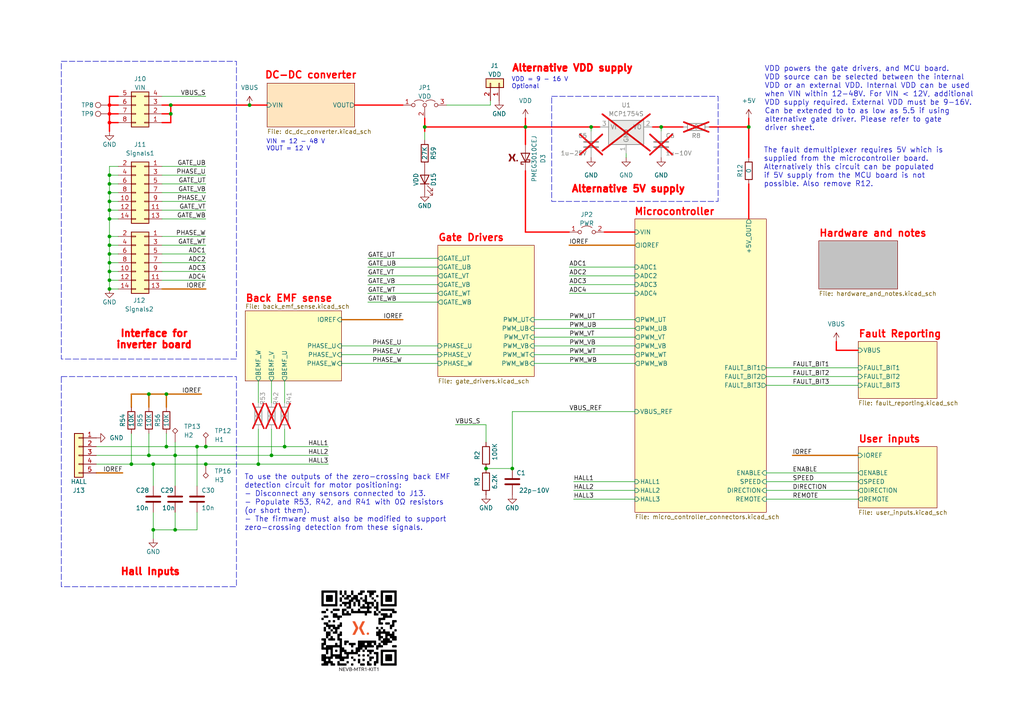
<source format=kicad_sch>
(kicad_sch (version 20250114) (generator "eeschema") (generator_version "9.0")
  (paper "A4")
  (title_block (title "Motor Controller Board NEVB-MTR1-C-1") (date "2025-04-25") (rev "01") (comment 1 "Contact: https://www.nexperia.com/support") (comment 2 "Designed for: Public Release") (comment 3 "Orderable: NEVB-MTR1-KIT1"))
  (lib_symbols
    (symbol "Connector:TestPoint" (pin_numbers (hide yes)) (pin_names (offset 0.762) (hide yes))
      (property "Reference" "TP" (at 0 6.858 0))
      (property "Value" "TestPoint" (at 0 5.08 0))
      (symbol "TestPoint_1_1"
        (pin passive line (at 0 0 90) (length 2.54) (name "1") (number "1"))
      )
    )
    (symbol "Connector:TestPoint_Alt" (pin_numbers (hide yes)) (pin_names (offset 0.762) (hide yes))
      (property "Reference" "TP" (at 0 6.858 0))
      (property "Value" "TestPoint_Alt" (at 0 5.08 0))
      (symbol "TestPoint_Alt_1_1"
        (pin passive line (at 0 0 90) (length 2.54) (name "1") (number "1"))
      )
    )
    (symbol "Connector_Generic:Conn_01x02" (pin_names (offset 1.016) (hide yes))
      (property "Reference" "J" (at 0 2.54 0))
      (property "Value" "Conn_01x02" (at 0 -5.08 0))
      (symbol "Conn_01x02_1_1"
        (pin passive line (at -5.08 0 0) (length 3.81) (name "Pin_1") (number "1"))
        (pin passive line (at -5.08 -2.54 0) (length 3.81) (name "Pin_2") (number "2"))
      )
    )
    (symbol "Connector_Generic:Conn_01x05" (pin_names (offset 1.016) (hide yes))
      (property "Reference" "J" (at 0 7.62 0))
      (property "Value" "Conn_01x05" (at 0 -7.62 0))
      (symbol "Conn_01x05_1_1"
        (pin passive line (at -5.08 5.08 0) (length 3.81) (name "Pin_1") (number "1"))
        (pin passive line (at -5.08 2.54 0) (length 3.81) (name "Pin_2") (number "2"))
        (pin passive line (at -5.08 0 0) (length 3.81) (name "Pin_3") (number "3"))
        (pin passive line (at -5.08 -2.54 0) (length 3.81) (name "Pin_4") (number "4"))
        (pin passive line (at -5.08 -5.08 0) (length 3.81) (name "Pin_5") (number "5"))
      )
    )
    (symbol "Connector_Generic:Conn_02x04_Counter_Clockwise" (pin_names (offset 1.016) (hide yes))
      (property "Reference" "J" (at 1.27 5.08 0))
      (property "Value" "Conn_02x04_Counter_Clockwise" (at 1.27 -7.62 0))
      (symbol "Conn_02x04_Counter_Clockwise_1_1"
        (pin passive line (at -5.08 2.54 0) (length 3.81) (name "Pin_1") (number "1"))
        (pin passive line (at -5.08 0 0) (length 3.81) (name "Pin_2") (number "2"))
        (pin passive line (at -5.08 -2.54 0) (length 3.81) (name "Pin_3") (number "3"))
        (pin passive line (at -5.08 -5.08 0) (length 3.81) (name "Pin_4") (number "4"))
        (pin passive line (at 7.62 2.54 180) (length 3.81) (name "Pin_8") (number "8"))
        (pin passive line (at 7.62 0 180) (length 3.81) (name "Pin_7") (number "7"))
        (pin passive line (at 7.62 -2.54 180) (length 3.81) (name "Pin_6") (number "6"))
        (pin passive line (at 7.62 -5.08 180) (length 3.81) (name "Pin_5") (number "5"))
      )
    )
    (symbol "Connector_Generic:Conn_02x07_Odd_Even" (pin_names (offset 1.016) (hide yes))
      (property "Reference" "J" (at 1.27 10.16 0))
      (property "Value" "Conn_02x07_Odd_Even" (at 1.27 -10.16 0))
      (symbol "Conn_02x07_Odd_Even_1_1"
        (pin passive line (at -5.08 7.62 0) (length 3.81) (name "Pin_1") (number "1"))
        (pin passive line (at -5.08 5.08 0) (length 3.81) (name "Pin_3") (number "3"))
        (pin passive line (at -5.08 2.54 0) (length 3.81) (name "Pin_5") (number "5"))
        (pin passive line (at -5.08 0 0) (length 3.81) (name "Pin_7") (number "7"))
        (pin passive line (at -5.08 -2.54 0) (length 3.81) (name "Pin_9") (number "9"))
        (pin passive line (at -5.08 -5.08 0) (length 3.81) (name "Pin_11") (number "11"))
        (pin passive line (at -5.08 -7.62 0) (length 3.81) (name "Pin_13") (number "13"))
        (pin passive line (at 7.62 7.62 180) (length 3.81) (name "Pin_2") (number "2"))
        (pin passive line (at 7.62 5.08 180) (length 3.81) (name "Pin_4") (number "4"))
        (pin passive line (at 7.62 2.54 180) (length 3.81) (name "Pin_6") (number "6"))
        (pin passive line (at 7.62 0 180) (length 3.81) (name "Pin_8") (number "8"))
        (pin passive line (at 7.62 -2.54 180) (length 3.81) (name "Pin_10") (number "10"))
        (pin passive line (at 7.62 -5.08 180) (length 3.81) (name "Pin_12") (number "12"))
        (pin passive line (at 7.62 -7.62 180) (length 3.81) (name "Pin_14") (number "14"))
      )
    )
    (symbol "Device:C" (pin_numbers (hide yes)) (pin_names (offset 0.254))
      (property "Reference" "C" (at 0.635 2.54 0))
      (property "Value" "C" (at 0.635 -2.54 0))
      (symbol "C_1_1"
        (pin passive line (at 0 3.81 270) (length 2.794) (name "~") (number "1"))
        (pin passive line (at 0 -3.81 90) (length 2.794) (name "~") (number "2"))
      )
    )
    (symbol "Device:D_Schottky" (pin_numbers (hide yes)) (pin_names (offset 1.016) (hide yes))
      (property "Reference" "D" (at 0 2.54 0))
      (property "Value" "D_Schottky" (at 0 -2.54 0))
      (symbol "D_Schottky_1_1"
        (pin passive line (at -3.81 0 0) (length 2.54) (name "K") (number "1"))
        (pin passive line (at 3.81 0 180) (length 2.54) (name "A") (number "2"))
      )
    )
    (symbol "Device:LED" (pin_numbers (hide yes)) (pin_names (offset 1.016) (hide yes))
      (property "Reference" "D" (at 0 2.54 0))
      (property "Value" "LED" (at 0 -2.54 0))
      (symbol "LED_1_1"
        (pin passive line (at -3.81 0 0) (length 2.54) (name "K") (number "1"))
        (pin passive line (at 3.81 0 180) (length 2.54) (name "A") (number "2"))
      )
    )
    (symbol "Device:R" (pin_numbers (hide yes)) (pin_names (offset 0))
      (property "Reference" "R" (at 2.032 0 90))
      (property "Value" "R" (at 0 0 90))
      (symbol "R_1_1"
        (pin passive line (at 0 3.81 270) (length 1.27) (name "~") (number "1"))
        (pin passive line (at 0 -3.81 90) (length 1.27) (name "~") (number "2"))
      )
    )
    (symbol "Jumper:Jumper_2_Open" (pin_names (offset 0) (hide yes))
      (property "Reference" "JP" (at 0 2.794 0))
      (property "Value" "Jumper_2_Open" (at 0 -2.286 0))
      (symbol "Jumper_2_Open_1_1"
        (pin passive line (at -5.08 0 0) (length 2.54) (name "A") (number "1"))
        (pin passive line (at 5.08 0 180) (length 2.54) (name "B") (number "2"))
      )
    )
    (symbol "Jumper:Jumper_3_Open" (pin_names (offset 0) (hide yes))
      (property "Reference" "JP" (at -2.54 -2.54 0))
      (property "Value" "Jumper_3_Open" (at 0 2.794 0))
      (symbol "Jumper_3_Open_1_1"
        (pin passive line (at -6.35 0 0) (length 2.54) (name "A") (number "1"))
        (pin passive line (at 0 -3.81 90) (length 2.54) (name "C") (number "2"))
        (pin passive line (at 6.35 0 180) (length 2.54) (name "B") (number "3"))
      )
    )
    (symbol "Regulator_Linear:MCP1754S-5002xCB"
      (property "Reference" "U" (at -3.81 3.175 0))
      (property "Value" "MCP1754S-5002xCB" (at -0.635 3.175 0))
      (symbol "MCP1754S-5002xCB_1_1"
        (pin power_in line (at -7.62 0 0) (length 2.54) (name "VI") (number "3"))
        (pin power_in line (at 0 -7.62 90) (length 2.54) (name "GND") (number "1"))
        (pin power_out line (at 7.62 0 180) (length 2.54) (name "VO") (number "2"))
      )
    )
    (symbol "power:+5V" (power) (pin_numbers (hide yes)) (pin_names (offset 0) (hide yes))
      (property "Value" "+5V" (at 0 3.556 0))
      (symbol "+5V_1_1"
        (pin power_in line (at 0 0 90) (length 0) (name "~") (number "1"))
      )
    )
    (symbol "power:GND" (power) (pin_numbers (hide yes)) (pin_names (offset 0) (hide yes))
      (property "Value" "GND" (at 0 -3.81 0))
      (symbol "GND_1_1"
        (pin power_in line (at 0 0 270) (length 0) (name "~") (number "1"))
      )
    )
    (symbol "power:VBUS" (power) (pin_numbers (hide yes)) (pin_names (offset 0) (hide yes))
      (property "Value" "VBUS" (at 0 3.556 0))
      (symbol "VBUS_1_1"
        (pin power_in line (at 0 0 90) (length 0) (name "~") (number "1"))
      )
    )
    (symbol "power:VDD" (power) (pin_numbers (hide yes)) (pin_names (offset 0) (hide yes))
      (property "Value" "VDD" (at 0 3.556 0))
      (symbol "VDD_1_1"
        (pin power_in line (at 0 0 90) (length 0) (name "~") (number "1"))
      )
    )
    (symbol "project:Nexperia_X_Stamp_Logo_5x4mm" (pin_names (offset 1.016)) (in_bom no))
  )
  (rectangle (start 17.78 109.22) (end 68.58 170.18) (stroke (width 0) (type dash)))
  (rectangle (start 17.78 17.78) (end 68.58 104.14) (stroke (width 0) (type dash)))
  (rectangle (start 160.02 27.94) (end 208.28 58.42) (stroke (width 0) (type dash)))
  (text "The fault demultiplexer requires 5V which is \nsupplied from the microcontroller board. \nAlternatively this circuit can be populated \nif 5V supply from the MCU board is not \npossible. Also remove R12." (at 221.488 54.356 0) (effects (font (size 1.524 1.524)) (justify left bottom)))
  (text "Alternative 5V supply" (at 165.608 56.134 0) (effects (font (size 2.032 2.032) (thickness 0.508) (bold yes)) (justify left bottom)))
  (text "Hall Inputs" (at 34.798 167.132 0) (effects (font (size 2.032 2.032) (thickness 0.508) (bold yes)) (justify left bottom)))
  (text "VDD powers the gate drivers, and MCU board.\nVDD source can be selected between the internal \nVDD or an external VDD. Internal VDD can be used \nwhen VIN within 12-48V. For VIN < 12V, additional \nVDD supply required. External VDD must be 9-16V. \nCan be extended to to as low as 5.5 if using \nalternative gate driver. Please refer to gate \ndriver sheet.\n" (at 221.742 38.1 0) (effects (font (size 1.524 1.524)) (justify left bottom)))
  (text "VDD = 9 - 16 V\nOptional " (at 148.336 24.13 0) (effects (font (size 1.27 1.27)) (justify left)))
  (text "VIN = 12 - 48 V\nVOUT = 12 V\n" (at 77.216 42.164 0) (effects (font (size 1.27 1.27)) (justify left)))
  (text "Alternative VDD supply" (at 148.336 21.082 0) (effects (font (size 2.032 2.032) (thickness 0.508) (bold yes)) (justify left bottom)))
  (text "Interface for\ninverter board" (at 44.704 101.346 0) (effects (font (size 2.032 2.032) (thickness 0.508) (bold yes)) (justify bottom)))
  (text "To use the outputs of the zero-crossing back EMF \ndetection circuit for motor positioning:\n- Disconnect any sensors connected to J13.\n- Populate R53, R42, and R41 with 0Ω resistors \n(or short them).\n- The firmware must also be modified to support \nzero-crossing detection from these signals." (at 70.866 145.796 0) (effects (font (size 1.524 1.524)) (justify left)))
  (junction (at 123.19 36.83))
  (junction (at 74.93 134.62))
  (junction (at 44.45 153.67))
  (junction (at 44.45 134.62))
  (junction (at 31.75 33.02) (color 255 0 0 1))
  (junction (at 31.75 60.96))
  (junction (at 31.75 76.2))
  (junction (at 140.97 135.89))
  (junction (at 72.39 30.48))
  (junction (at 50.8 132.08))
  (junction (at 43.18 132.08))
  (junction (at 57.15 129.54))
  (junction (at 31.75 50.8))
  (junction (at 38.1 134.62))
  (junction (at 152.4 36.83))
  (junction (at 49.53 30.48))
  (junction (at 31.75 68.58))
  (junction (at 217.17 36.83))
  (junction (at 31.75 35.56) (color 255 0 0 1))
  (junction (at 31.75 71.12))
  (junction (at 148.59 135.89))
  (junction (at 191.77 36.83))
  (junction (at 31.75 73.66))
  (junction (at 31.75 30.48) (color 255 0 0 1))
  (junction (at 31.75 58.42))
  (junction (at 59.69 129.54))
  (junction (at 171.45 36.83))
  (junction (at 59.69 134.62))
  (junction (at 31.75 53.34))
  (junction (at 31.75 83.82))
  (junction (at 50.8 153.67))
  (junction (at 31.75 63.5))
  (junction (at 31.75 55.88))
  (junction (at 49.53 33.02))
  (junction (at 31.75 81.28))
  (junction (at 78.74 132.08))
  (junction (at 82.55 129.54))
  (junction (at 31.75 78.74))
  (junction (at 48.26 129.54))
  (junction (at 48.26 114.3))
  (junction (at 43.18 114.3))
  (wire (pts (xy 78.74 124.46) (xy 78.74 132.08)))
  (wire (pts (xy 222.25 111.76) (xy 248.92 111.76)))
  (wire (pts (xy 154.94 97.79) (xy 184.15 97.79)))
  (wire (pts (xy 31.75 83.82) (xy 31.75 81.28)))
  (wire (pts (xy 59.69 134.62) (xy 74.93 134.62)))
  (wire (pts (xy 38.1 118.11) (xy 38.1 114.3)) (stroke (width 0.381) (color 204 102 0 1)))
  (wire (pts (xy 59.69 73.66) (xy 46.99 73.66)))
  (wire (pts (xy 48.26 114.3) (xy 58.42 114.3)) (stroke (width 0.381) (color 204 102 0 1)))
  (wire (pts (xy 31.75 53.34) (xy 34.29 53.34)))
  (wire (pts (xy 74.93 124.46) (xy 74.93 134.62)))
  (wire (pts (xy 165.1 71.12) (xy 184.15 71.12)) (stroke (width 0.381) (color 204 102 0 1)))
  (wire (pts (xy 46.99 60.96) (xy 59.69 60.96)))
  (wire (pts (xy 222.25 142.24) (xy 248.92 142.24)))
  (wire (pts (xy 48.26 125.73) (xy 48.26 129.54)))
  (wire (pts (xy 78.74 110.49) (xy 78.74 116.84)))
  (wire (pts (xy 82.55 124.46) (xy 82.55 129.54)))
  (wire (pts (xy 31.75 38.1) (xy 31.75 35.56)) (stroke (width 0.381) (color 255 0 0 1)))
  (wire (pts (xy 31.75 76.2) (xy 34.29 76.2)))
  (wire (pts (xy 123.19 40.64) (xy 123.19 38.1)))
  (wire (pts (xy 46.99 55.88) (xy 59.69 55.88)))
  (wire (pts (xy 49.53 30.48) (xy 49.53 33.02)) (stroke (width 0.381) (color 255 0 0 1)))
  (wire (pts (xy 152.4 41.91) (xy 152.4 36.83)) (stroke (width 0.381) (color 255 0 0 1)))
  (wire (pts (xy 148.59 135.89) (xy 140.97 135.89)))
  (wire (pts (xy 31.75 30.48) (xy 31.75 27.94)) (stroke (width 0.381) (color 255 0 0 1)))
  (wire (pts (xy 44.45 134.62) (xy 59.69 134.62)))
  (wire (pts (xy 38.1 114.3) (xy 43.18 114.3)) (stroke (width 0.381) (color 204 102 0 1)))
  (wire (pts (xy 165.1 77.47) (xy 184.15 77.47)))
  (wire (pts (xy 154.94 95.25) (xy 184.15 95.25)))
  (wire (pts (xy 34.29 78.74) (xy 31.75 78.74)))
  (wire (pts (xy 191.77 38.1) (xy 191.77 36.83)))
  (wire (pts (xy 106.68 85.09) (xy 127 85.09)))
  (wire (pts (xy 43.18 132.08) (xy 50.8 132.08)))
  (wire (pts (xy 74.93 134.62) (xy 95.25 134.62)))
  (wire (pts (xy 165.1 82.55) (xy 184.15 82.55)))
  (wire (pts (xy 34.29 60.96) (xy 31.75 60.96)))
  (wire (pts (xy 27.94 129.54) (xy 48.26 129.54)))
  (wire (pts (xy 165.1 80.01) (xy 184.15 80.01)))
  (wire (pts (xy 72.39 30.48) (xy 49.53 30.48)) (stroke (width 0.381) (color 255 0 0 1)))
  (wire (pts (xy 106.68 74.93) (xy 127 74.93)))
  (wire (pts (xy 242.57 99.06) (xy 242.57 101.6)) (stroke (width 0.381) (color 255 0 0 1)))
  (wire (pts (xy 50.8 140.97) (xy 50.8 132.08)))
  (wire (pts (xy 31.75 48.26) (xy 34.29 48.26)))
  (wire (pts (xy 31.75 58.42) (xy 34.29 58.42)))
  (wire (pts (xy 102.87 30.48) (xy 116.84 30.48)) (stroke (width 0.381) (color 255 0 0 1)))
  (wire (pts (xy 38.1 125.73) (xy 38.1 134.62)))
  (wire (pts (xy 154.94 100.33) (xy 184.15 100.33)))
  (wire (pts (xy 48.26 129.54) (xy 57.15 129.54)))
  (wire (pts (xy 31.75 27.94) (xy 34.29 27.94)) (stroke (width 0.381) (color 255 0 0 1)))
  (wire (pts (xy 46.99 78.74) (xy 59.69 78.74)))
  (wire (pts (xy 152.4 49.53) (xy 152.4 67.31)) (stroke (width 0.381) (color 255 0 0 1)))
  (wire (pts (xy 44.45 153.67) (xy 44.45 156.21)))
  (wire (pts (xy 171.45 38.1) (xy 171.45 36.83)))
  (wire (pts (xy 43.18 114.3) (xy 43.18 118.11)) (stroke (width 0.381) (color 204 102 0 1)))
  (wire (pts (xy 106.68 82.55) (xy 127 82.55)))
  (wire (pts (xy 106.68 77.47) (xy 127 77.47)))
  (wire (pts (xy 27.94 134.62) (xy 38.1 134.62)))
  (wire (pts (xy 46.99 81.28) (xy 59.69 81.28)))
  (wire (pts (xy 154.94 92.71) (xy 184.15 92.71)))
  (wire (pts (xy 34.29 33.02) (xy 31.75 33.02)) (stroke (width 0.381) (color 255 0 0 1)))
  (wire (pts (xy 140.97 123.19) (xy 140.97 128.27)))
  (wire (pts (xy 46.99 27.94) (xy 59.69 27.94)))
  (wire (pts (xy 31.75 60.96) (xy 31.75 63.5)))
  (wire (pts (xy 31.75 81.28) (xy 31.75 78.74)))
  (wire (pts (xy 217.17 53.34) (xy 217.17 63.5)) (stroke (width 0.381) (color 255 0 0 1)))
  (wire (pts (xy 152.4 67.31) (xy 165.1 67.31)) (stroke (width 0.381) (color 255 0 0 1)))
  (wire (pts (xy 48.26 114.3) (xy 48.26 118.11)) (stroke (width 0.381) (color 204 102 0 1)))
  (wire (pts (xy 49.53 33.02) (xy 46.99 33.02)) (stroke (width 0.381) (color 255 0 0 1)))
  (wire (pts (xy 166.37 144.78) (xy 184.15 144.78)))
  (wire (pts (xy 181.61 45.72) (xy 181.61 44.45)))
  (wire (pts (xy 99.06 100.33) (xy 127 100.33)))
  (wire (pts (xy 31.75 48.26) (xy 31.75 50.8)))
  (wire (pts (xy 43.18 125.73) (xy 43.18 132.08)))
  (wire (pts (xy 46.99 58.42) (xy 59.69 58.42)))
  (wire (pts (xy 46.99 63.5) (xy 59.69 63.5)))
  (wire (pts (xy 123.19 36.83) (xy 123.19 38.1)) (stroke (width 0.381) (color 255 0 0 1)))
  (wire (pts (xy 154.94 105.41) (xy 184.15 105.41)))
  (wire (pts (xy 31.75 50.8) (xy 31.75 53.34)))
  (wire (pts (xy 99.06 102.87) (xy 127 102.87)))
  (wire (pts (xy 129.54 30.48) (xy 142.24 30.48)))
  (wire (pts (xy 72.39 30.48) (xy 77.47 30.48)) (stroke (width 0.381) (color 255 0 0 1)))
  (wire (pts (xy 27.94 132.08) (xy 43.18 132.08)))
  (wire (pts (xy 46.99 71.12) (xy 59.69 71.12)))
  (wire (pts (xy 44.45 153.67) (xy 50.8 153.67)))
  (wire (pts (xy 31.75 55.88) (xy 31.75 58.42)))
  (wire (pts (xy 34.29 81.28) (xy 31.75 81.28)))
  (wire (pts (xy 82.55 110.49) (xy 82.55 116.84)))
  (wire (pts (xy 49.53 33.02) (xy 49.53 35.56)) (stroke (width 0.381) (color 255 0 0 1)))
  (wire (pts (xy 57.15 129.54) (xy 59.69 129.54)))
  (wire (pts (xy 171.45 36.83) (xy 173.99 36.83)) (stroke (width 0.381) (color 255 0 0 1)))
  (wire (pts (xy 31.75 68.58) (xy 31.75 71.12)))
  (wire (pts (xy 31.75 78.74) (xy 31.75 76.2)))
  (wire (pts (xy 31.75 71.12) (xy 34.29 71.12)))
  (wire (pts (xy 31.75 68.58) (xy 34.29 68.58)))
  (wire (pts (xy 166.37 142.24) (xy 184.15 142.24)))
  (wire (pts (xy 148.59 119.38) (xy 148.59 135.89)))
  (wire (pts (xy 49.53 35.56) (xy 46.99 35.56)) (stroke (width 0.381) (color 255 0 0 1)))
  (wire (pts (xy 31.75 53.34) (xy 31.75 55.88)))
  (wire (pts (xy 46.99 30.48) (xy 49.53 30.48)) (stroke (width 0.381) (color 255 0 0 1)))
  (wire (pts (xy 50.8 128.27) (xy 50.8 132.08)))
  (wire (pts (xy 99.06 105.41) (xy 127 105.41)))
  (wire (pts (xy 31.75 63.5) (xy 31.75 68.58)))
  (wire (pts (xy 229.87 132.08) (xy 248.92 132.08)) (stroke (width 0.381) (color 204 102 0 1)))
  (wire (pts (xy 152.4 34.29) (xy 152.4 36.83)) (stroke (width 0.381) (color 255 0 0 1)))
  (wire (pts (xy 38.1 134.62) (xy 44.45 134.62)))
  (wire (pts (xy 44.45 153.67) (xy 44.45 148.59)))
  (wire (pts (xy 142.24 30.48) (xy 142.24 29.21)))
  (wire (pts (xy 44.45 140.97) (xy 44.45 134.62)))
  (wire (pts (xy 46.99 50.8) (xy 59.69 50.8)))
  (wire (pts (xy 34.29 83.82) (xy 31.75 83.82)))
  (wire (pts (xy 57.15 153.67) (xy 57.15 148.59)))
  (wire (pts (xy 31.75 76.2) (xy 31.75 73.66)))
  (wire (pts (xy 59.69 129.54) (xy 82.55 129.54)))
  (wire (pts (xy 222.25 139.7) (xy 248.92 139.7)))
  (wire (pts (xy 106.68 87.63) (xy 127 87.63)))
  (wire (pts (xy 175.26 67.31) (xy 184.15 67.31)) (stroke (width 0.381) (color 255 0 0 1)))
  (wire (pts (xy 46.99 68.58) (xy 59.69 68.58)))
  (wire (pts (xy 46.99 83.82) (xy 59.69 83.82)) (stroke (width 0.381) (color 204 102 0 1)))
  (wire (pts (xy 43.18 114.3) (xy 48.26 114.3)) (stroke (width 0.381) (color 204 102 0 1)))
  (wire (pts (xy 31.75 58.42) (xy 31.75 60.96)))
  (wire (pts (xy 46.99 76.2) (xy 59.69 76.2)))
  (wire (pts (xy 154.94 102.87) (xy 184.15 102.87)))
  (wire (pts (xy 34.29 35.56) (xy 31.75 35.56)) (stroke (width 0.381) (color 255 0 0 1)))
  (wire (pts (xy 132.08 123.19) (xy 140.97 123.19)))
  (wire (pts (xy 123.19 34.29) (xy 123.19 36.83)) (stroke (width 0.381) (color 255 0 0 1)))
  (wire (pts (xy 222.25 144.78) (xy 248.92 144.78)))
  (wire (pts (xy 106.68 80.01) (xy 127 80.01)))
  (wire (pts (xy 50.8 132.08) (xy 78.74 132.08)))
  (wire (pts (xy 222.25 109.22) (xy 248.92 109.22)))
  (wire (pts (xy 82.55 129.54) (xy 95.25 129.54)))
  (wire (pts (xy 31.75 33.02) (xy 31.75 35.56)) (stroke (width 0.381) (color 255 0 0 1)))
  (wire (pts (xy 123.19 36.83) (xy 152.4 36.83)) (stroke (width 0.381) (color 255 0 0 1)))
  (wire (pts (xy 222.25 137.16) (xy 248.92 137.16)))
  (wire (pts (xy 50.8 153.67) (xy 50.8 148.59)))
  (wire (pts (xy 57.15 129.54) (xy 57.15 140.97)))
  (wire (pts (xy 46.99 48.26) (xy 59.69 48.26)))
  (wire (pts (xy 217.17 34.29) (xy 217.17 36.83)) (stroke (width 0.381) (color 255 0 0 1)))
  (wire (pts (xy 217.17 36.83) (xy 217.17 45.72)) (stroke (width 0.381) (color 255 0 0 1)))
  (wire (pts (xy 31.75 50.8) (xy 34.29 50.8)))
  (wire (pts (xy 31.75 63.5) (xy 34.29 63.5)))
  (wire (pts (xy 31.75 55.88) (xy 34.29 55.88)))
  (wire (pts (xy 205.74 36.83) (xy 217.17 36.83)) (stroke (width 0.381) (color 255 0 0 1)))
  (wire (pts (xy 27.94 137.16) (xy 35.56 137.16)) (stroke (width 0.381) (color 204 102 0 1)))
  (wire (pts (xy 152.4 36.83) (xy 171.45 36.83)) (stroke (width 0.381) (color 255 0 0 1)))
  (wire (pts (xy 50.8 153.67) (xy 57.15 153.67)))
  (wire (pts (xy 31.75 30.48) (xy 31.75 33.02)) (stroke (width 0.381) (color 255 0 0 1)))
  (wire (pts (xy 165.1 85.09) (xy 184.15 85.09)))
  (wire (pts (xy 222.25 106.68) (xy 248.92 106.68)))
  (wire (pts (xy 31.75 73.66) (xy 34.29 73.66)))
  (wire (pts (xy 242.57 101.6) (xy 248.92 101.6)) (stroke (width 0.381) (color 255 0 0 1)))
  (wire (pts (xy 74.93 110.49) (xy 74.93 116.84)))
  (wire (pts (xy 31.75 73.66) (xy 31.75 71.12)))
  (wire (pts (xy 78.74 132.08) (xy 95.25 132.08)))
  (wire (pts (xy 189.23 36.83) (xy 191.77 36.83)) (stroke (width 0.381) (color 255 0 0 1)))
  (wire (pts (xy 198.12 36.83) (xy 191.77 36.83)) (stroke (width 0.381) (color 255 0 0 1)))
  (wire (pts (xy 166.37 139.7) (xy 184.15 139.7)))
  (wire (pts (xy 31.75 30.48) (xy 34.29 30.48)) (stroke (width 0.381) (color 255 0 0 1)))
  (wire (pts (xy 148.59 119.38) (xy 184.15 119.38)))
  (wire (pts (xy 116.84 92.71) (xy 99.06 92.71)) (stroke (width 0.381) (color 204 102 0 1)))
  (wire (pts (xy 46.99 53.34) (xy 59.69 53.34)))
  (image (at 104.14 182.88) (scale 0.846368))
  (label "HALL2" (at 95.25 132.08 180))
  (label "GATE_WT" (at 59.69 71.12 180))
  (label "IOREF" (at 229.87 132.08 0))
  (label "SPEED" (at 229.87 139.7 0))
  (label "PHASE_U" (at 59.69 50.8 180))
  (label "VBUS_REF" (at 165.1 119.38 0))
  (label "PWM_VB" (at 165.1 100.33 0))
  (label "FAULT_BIT3" (at 229.87 111.76 0))
  (label "IOREF" (at 59.69 83.82 180))
  (label "FAULT_BIT1" (at 229.87 106.68 0))
  (label "HALL1" (at 166.37 139.7 0))
  (label "ADC2" (at 165.1 80.01 0))
  (label "ADC2" (at 59.69 76.2 180))
  (label "GATE_VT" (at 106.68 80.01 0))
  (label "GATE_UB" (at 106.68 77.47 0))
  (label "HALL3" (at 95.25 134.62 180))
  (label "ENABLE" (at 229.87 137.16 0))
  (label "PWM_WB" (at 165.1 105.41 0))
  (label "IOREF" (at 58.42 114.3 180))
  (label "IOREF" (at 165.1 71.12 0))
  (label "PHASE_W" (at 59.69 68.58 180))
  (label "DIRECTION" (at 229.87 142.24 0))
  (label "GATE_UB" (at 59.69 48.26 180))
  (label "ADC1" (at 59.69 73.66 180))
  (label "VBUS_S" (at 132.08 123.19 0))
  (label "FAULT_BIT2" (at 229.87 109.22 0))
  (label "HALL1" (at 95.25 129.54 180))
  (label "HALL3" (at 166.37 144.78 0))
  (label "GATE_VB" (at 59.69 55.88 180))
  (label "PWM_UT" (at 165.1 92.71 0))
  (label "GATE_WT" (at 106.68 85.09 0))
  (label "ADC3" (at 59.69 78.74 180))
  (label "ADC4" (at 59.69 81.28 180))
  (label "HALL2" (at 166.37 142.24 0))
  (label "GATE_VT" (at 59.69 60.96 180))
  (label "REMOTE" (at 229.87 144.78 0))
  (label "GATE_VB" (at 106.68 82.55 0))
  (label "PHASE_V" (at 59.69 58.42 180))
  (label "IOREF" (at 116.84 92.71 180))
  (label "PWM_UB" (at 165.1 95.25 0))
  (label "ADC4" (at 165.1 85.09 0))
  (label "GATE_UT" (at 106.68 74.93 0))
  (label "ADC1" (at 165.1 77.47 0))
  (label "GATE_UT" (at 59.69 53.34 180))
  (label "PHASE_U" (at 107.95 100.33 0))
  (label "ADC3" (at 165.1 82.55 0))
  (label "PWM_VT" (at 165.1 97.79 0))
  (label "VBUS_S" (at 59.69 27.94 180))
  (label "PHASE_V" (at 107.95 102.87 0))
  (label "PWM_WT" (at 165.1 102.87 0))
  (label "PHASE_W" (at 107.95 105.41 0))
  (label "IOREF" (at 35.56 137.16 180))
  (label "GATE_WB" (at 59.69 63.5 180))
  (label "GATE_WB" (at 106.68 87.63 0))
  (symbol (lib_id "Device:R") (at 140.97 132.08 180) (unit 1)
    (property "Reference" "R2" (at 138.43 132.08 90))
    (property "Value" "100K" (at 143.51 131.064 90))
    (property "Footprint" "Resistor_SMD:R_0603_1608Metric_Pad0.98x0.95mm_HandSolder" (effects (hide yes)))
    (property "Datasheet" "https://www.yageo.com/upload/media/product/app/datasheet/rchip/pyu-rt_1-to-0.01_rohs_l.pdf" (effects (hide yes)))
    (property "Manufacturer" "YAGEO" (effects (hide yes)))
    (property "Mfg Part No" "RT0603FRE07100KL" (effects (hide yes)))
    (property "Farnell Part No" "1500586" (effects (hide yes)))
    (property "Mouser Part No" "603-RT0603FRE07100KL" (effects (hide yes)))
  )
  (symbol (lib_id "Device:R") (at 48.26 121.92 180) (unit 1)
    (property "Reference" "R56" (at 45.72 121.92 90))
    (property "Value" "10K" (at 48.26 121.92 90))
    (property "Footprint" "Resistor_SMD:R_0603_1608Metric_Pad0.98x0.95mm_HandSolder" (effects (hide yes)))
    (property "Datasheet" "http://www.kamaya.co.jp/upload/products_pdf/kamaya_products(RMC1-32,RMC1-20,RMC1-16S,RMC1-16,RMC1-10,RMC1-8,RMC1-4,RMC1-2,RMC1)_english_20240824_132441.pdf" (effects (hide yes)))
    (property "Manufacturer" "KAMAYA" (effects (hide yes)))
    (property "Mfg Part No" "RMC1/16-103JTP" (effects (hide yes)))
    (property "Mouser Part No" "791-RMC1/16103JTP" (effects (hide yes)))
  )
  (symbol (lib_id "power:VDD") (at 152.4 34.29 0) (unit 1)
    (property "Reference" "#PWR076" (effects (hide yes)))
    (property "Value" "VDD" (at 152.4 29.21 0))
  )
  (symbol (lib_id "power:GND") (at 44.45 156.21 0) (unit 1)
    (property "Reference" "#PWR060" (effects (hide yes)))
    (property "Value" "GND" (at 44.45 160.02 0))
    (property "Description" "Power symbol creates a global label with name \"GND\" , ground" (effects (hide yes)))
  )
  (symbol (lib_id "Device:R") (at 123.19 44.45 0) (unit 1)
    (property "Reference" "R59" (at 125.73 44.45 90))
    (property "Value" "27K" (at 123.19 44.45 90))
    (property "Footprint" "Resistor_SMD:R_0603_1608Metric_Pad0.98x0.95mm_HandSolder" (effects (hide yes)))
    (property "Datasheet" "https://bourns.com/docs/product-datasheets/cr.pdf" (effects (hide yes)))
    (property "Manufacturer" "BOURNS" (effects (hide yes)))
    (property "Mfg Part No" "CR0603-FX-2702ELF" (effects (hide yes)))
    (property "Farnell Part No" "2908288" (effects (hide yes)))
    (property "Mouser Part No" "652-CR0603FX-2702ELF" (effects (hide yes)))
  )
  (symbol (lib_id "Regulator_Linear:MCP1754S-5002xCB") (at 181.61 36.83 0) (unit 1) (dnp yes)
    (property "Reference" "U1" (at 181.61 30.48 0))
    (property "Value" "MCP1754S" (at 181.61 33.02 0))
    (property "Footprint" "Package_TO_SOT_SMD:SOT-23" (effects (hide yes)))
    (property "Datasheet" "http://ww1.microchip.com/downloads/en/DeviceDoc/20002276C.pdf" (effects (hide yes)))
    (property "Manufacturer" "MICROCHIP TECHNOLOGY " (effects (hide yes)))
    (property "Mfg Part No" "MCP1754ST-5002E/CB" (effects (hide yes)))
    (property "Farnell Part No" "2065849" (effects (hide yes)))
    (property "Mouser Part No" "579-MCP1754T-5002ECB" (effects (hide yes)))
  )
  (symbol (lib_id "Device:R") (at 74.93 120.65 180) (unit 1) (dnp yes)
    (property "Reference" "R53" (at 76.2 115.57 90))
    (property "Value" "0" (at 74.93 120.65 90))
    (property "Footprint" "Resistor_SMD:R_0603_1608Metric_Pad0.98x0.95mm_HandSolder" (effects (hide yes)))
    (property "Datasheet" "https://www.yageo.com/upload/media/product/products/datasheet/rchip/PYu-RC_Group_51_RoHS_L_12.pdf" (effects (hide yes)))
    (property "Manufacturer" "YAGEO" (effects (hide yes)))
    (property "Mfg Part No" "RC0603FR-070RL" (effects (hide yes)))
    (property "Farnell Part No" "2309106" (effects (hide yes)))
    (property "Mouser Part No" "603-RC0603FR-070RL" (effects (hide yes)))
  )
  (symbol (lib_id "power:GND") (at 31.75 83.82 0) (mirror y) (unit 1)
    (property "Reference" "#PWR049" (effects (hide yes)))
    (property "Value" "GND" (at 31.75 87.63 0))
    (property "Description" "Power symbol creates a global label with name \"GND\" , ground" (effects (hide yes)))
  )
  (symbol (lib_id "Connector_Generic:Conn_02x07_Odd_Even") (at 41.91 55.88 0) (mirror y) (unit 1)
    (property "Reference" "J11" (at 40.64 41.91 0))
    (property "Value" "Signals1" (at 40.64 44.45 0))
    (property "Footprint" "Connector_PinHeader_2.54mm:PinHeader_2x07_P2.54mm_Horizontal" (effects (hide yes)))
    (property "Datasheet" "https://www.we-online.com/components/products/datasheet/61301421021.pdf" (effects (hide yes)))
    (property "Manufacturer" "WURTH ELEKTRONIK" (effects (hide yes)))
    (property "Mfg Part No" "61301421021" (effects (hide yes)))
    (property "Farnell Part No" "2356198" (effects (hide yes)))
    (property "Mouser Part No" "710-61301421021" (effects (hide yes)))
  )
  (symbol (lib_id "power:GND") (at 140.97 143.51 0) (unit 1)
    (property "Reference" "#PWR05" (effects (hide yes)))
    (property "Value" "GND" (at 140.97 147.32 0))
    (property "Description" "Power symbol creates a global label with name \"GND\" , ground" (effects (hide yes)))
  )
  (symbol (lib_id "Jumper:Jumper_3_Open") (at 123.19 30.48 0) (unit 1)
    (property "Reference" "JP1" (at 123.19 25.4 0))
    (property "Value" "VDD" (at 123.19 27.94 0))
    (property "Footprint" "Connector_PinHeader_2.54mm:PinHeader_1x03_P2.54mm_Vertical" (effects (hide yes)))
    (property "Datasheet" "https://www.we-online.com/components/products/datasheet/61300311121.pdf" (effects (hide yes)))
    (property "Manufacturer" "WURTH ELEKTRONIK" (effects (hide yes)))
    (property "Mfg Part No" "61300311121" (effects (hide yes)))
    (property "Farnell Part No" "2356154" (effects (hide yes)))
    (property "Mouser Part No" "710-61300311121" (effects (hide yes)))
  )
  (symbol (lib_id "power:VBUS") (at 72.39 30.48 0) (unit 1)
    (property "Reference" "#PWR079" (effects (hide yes)))
    (property "Value" "VBUS" (at 72.39 25.4 0))
    (property "Description" "Power symbol creates a global label with name \"VBUS\"" (effects (hide yes)))
  )
  (symbol (lib_id "Device:R") (at 82.55 120.65 180) (unit 1) (dnp yes)
    (property "Reference" "R41" (at 83.82 115.57 90))
    (property "Value" "0" (at 82.55 120.65 90))
    (property "Footprint" "Resistor_SMD:R_0603_1608Metric_Pad0.98x0.95mm_HandSolder" (effects (hide yes)))
    (property "Datasheet" "https://www.yageo.com/upload/media/product/products/datasheet/rchip/PYu-RC_Group_51_RoHS_L_12.pdf" (effects (hide yes)))
    (property "Manufacturer" "YAGEO" (effects (hide yes)))
    (property "Mfg Part No" "RC0603FR-070RL" (effects (hide yes)))
    (property "Farnell Part No" "2309106" (effects (hide yes)))
    (property "Mouser Part No" "603-RC0603FR-070RL" (effects (hide yes)))
  )
  (symbol (lib_id "Device:C") (at 148.59 139.7 0) (unit 1)
    (property "Reference" "C1" (at 151.13 137.16 0))
    (property "Value" "22p-10V" (at 154.94 142.24 0))
    (property "Footprint" "Capacitor_SMD:C_0603_1608Metric_Pad1.08x0.95mm_HandSolder" (effects (hide yes)))
    (property "Datasheet" "https://www.we-online.com/components/products/datasheet/885012006004.pdf" (effects (hide yes)))
    (property "Manufacturer" "WURTH ELEKTRONIK" (effects (hide yes)))
    (property "Mfg Part No" "885012006004" (effects (hide yes)))
    (property "Farnell Part No" "2533823" (effects (hide yes)))
    (property "Mouser Part No" "710-885012006004" (effects (hide yes)))
  )
  (symbol (lib_id "Device:R") (at 78.74 120.65 180) (unit 1) (dnp yes)
    (property "Reference" "R42" (at 80.01 115.57 90))
    (property "Value" "0" (at 78.74 120.65 90))
    (property "Footprint" "Resistor_SMD:R_0603_1608Metric_Pad0.98x0.95mm_HandSolder" (effects (hide yes)))
    (property "Datasheet" "https://www.yageo.com/upload/media/product/products/datasheet/rchip/PYu-RC_Group_51_RoHS_L_12.pdf" (effects (hide yes)))
    (property "Manufacturer" "YAGEO" (effects (hide yes)))
    (property "Mfg Part No" "RC0603FR-070RL" (effects (hide yes)))
    (property "Farnell Part No" "2309106" (effects (hide yes)))
    (property "Mouser Part No" "603-RC0603FR-070RL" (effects (hide yes)))
  )
  (symbol (lib_id "Device:R") (at 140.97 139.7 180) (unit 1)
    (property "Reference" "R3" (at 138.43 139.7 90))
    (property "Value" "6.2K" (at 143.51 139.7 90))
    (property "Footprint" "Resistor_SMD:R_0603_1608Metric_Pad0.98x0.95mm_HandSolder" (effects (hide yes)))
    (property "Datasheet" "https://www.yageo.com/upload/media/product/products/datasheet/rchip/PYu-RC_Group_51_RoHS_L_12.pdf" (effects (hide yes)))
    (property "Manufacturer" "YAGEO" (effects (hide yes)))
    (property "Mfg Part No" "RC0603FR-076K2L" (effects (hide yes)))
    (property "Farnell Part No" "3495902" (effects (hide yes)))
    (property "Mouser Part No" "603-RC0603FR-076K2L" (effects (hide yes)))
  )
  (symbol (lib_id "power:VBUS") (at 242.57 99.06 0) (unit 1)
    (property "Reference" "#PWR09" (effects (hide yes)))
    (property "Value" "VBUS" (at 242.57 93.98 0))
    (property "Description" "Power symbol creates a global label with name \"VBUS\"" (effects (hide yes)))
  )
  (symbol (lib_id "Jumper:Jumper_2_Open") (at 170.18 67.31 0) (unit 1)
    (property "Reference" "JP2" (at 170.18 62.23 0))
    (property "Value" "PWR" (at 170.18 64.77 0))
    (property "Footprint" "Connector_PinHeader_2.54mm:PinHeader_1x02_P2.54mm_Vertical" (effects (hide yes)))
    (property "Datasheet" "https://www.we-online.com/components/products/datasheet/61300211121.pdf" (effects (hide yes)))
    (property "Manufacturer" "WURTH ELEKTRONIK" (effects (hide yes)))
    (property "Mfg Part No" "61300211121" (effects (hide yes)))
    (property "Farnell Part No" "2356153" (effects (hide yes)))
    (property "Mouser Part No" "710-61300211121" (effects (hide yes)))
  )
  (symbol (lib_id "power:GND") (at 27.94 127 90) (unit 1)
    (property "Reference" "#PWR034" (effects (hide yes)))
    (property "Value" "GND" (at 31.75 126.9999 90) (effects (justify right)))
    (property "Description" "Power symbol creates a global label with name \"GND\" , ground" (effects (hide yes)))
  )
  (symbol (lib_id "Connector:TestPoint") (at 31.75 30.48 90) (mirror x) (unit 1)
    (property "Reference" "TP8" (at 25.4 30.48 90))
    (property "Value" "GND" (effects (hide yes)))
    (property "Footprint" "project:TestPoint_THTPad_D3.0mm_Drill1.5mm" (effects (hide yes)))
    (property "Datasheet" "https://www.keyelco.com/product-pdf.cfm?p=14635" (effects (hide yes)))
    (property "Manufacturer" "KEYSTONE ELECTRONICS " (effects (hide yes)))
    (property "Mfg Part No" "5288" (effects (hide yes)))
    (property "Mouser Part No" "534-5288" (effects (hide yes)))
  )
  (symbol (lib_id "Device:R") (at 217.17 49.53 180) (unit 1)
    (property "Reference" "R12" (at 214.63 49.53 90))
    (property "Value" "0" (at 217.17 49.53 90))
    (property "Footprint" "Resistor_SMD:R_0603_1608Metric_Pad0.98x0.95mm_HandSolder" (effects (hide yes)))
    (property "Datasheet" "https://www.yageo.com/upload/media/product/products/datasheet/rchip/PYu-RC_Group_51_RoHS_L_12.pdf" (effects (hide yes)))
    (property "Manufacturer" "YAGEO" (effects (hide yes)))
    (property "Mfg Part No" "RC0603FR-070RL" (effects (hide yes)))
    (property "Farnell Part No" "2309106" (effects (hide yes)))
    (property "Mouser Part No" "603-RC0603FR-070RL" (effects (hide yes)))
  )
  (symbol (lib_id "power:GND") (at 148.59 143.51 0) (unit 1)
    (property "Reference" "#PWR02" (effects (hide yes)))
    (property "Value" "GND" (at 148.59 147.32 0))
    (property "Description" "Power symbol creates a global label with name \"GND\" , ground" (effects (hide yes)))
  )
  (symbol (lib_id "Device:C") (at 44.45 144.78 0) (unit 1)
    (property "Reference" "C28" (at 39.37 142.24 0) (effects (justify left)))
    (property "Value" "10n" (at 39.37 147.32 0) (effects (justify left)))
    (property "Footprint" "Capacitor_SMD:C_0603_1608Metric_Pad1.08x0.95mm_HandSolder" (effects (hide yes)))
    (property "Datasheet" "https://www.we-online.com/components/products/datasheet/885012206014.pdf" (effects (hide yes)))
    (property "Manufacturer" "WURTH ELEKTRONIK" (effects (hide yes)))
    (property "Mfg Part No" "885012206014" (effects (hide yes)))
    (property "Farnell Part No" "2534015" (effects (hide yes)))
    (property "Mouser Part No" "710-885012206014" (effects (hide yes)))
  )
  (symbol (lib_id "Connector:TestPoint") (at 31.75 33.02 90) (mirror x) (unit 1)
    (property "Reference" "TP9" (at 25.4 33.02 90))
    (property "Value" "GND" (effects (hide yes)))
    (property "Footprint" "project:TestPoint_THTPad_D3.0mm_Drill1.5mm" (effects (hide yes)))
    (property "Datasheet" "https://www.keyelco.com/product-pdf.cfm?p=14635" (effects (hide yes)))
    (property "Manufacturer" "KEYSTONE ELECTRONICS " (effects (hide yes)))
    (property "Mfg Part No" "5288" (effects (hide yes)))
    (property "Mouser Part No" "534-5288" (effects (hide yes)))
  )
  (symbol (lib_id "Connector:TestPoint_Alt") (at 59.69 129.54 0) (unit 1) (in_bom no)
    (property "Reference" "TP12" (at 62.23 124.9679 0) (effects (justify left)))
    (property "Value" "H1" (at 62.23 127.5079 0) (effects (justify left)))
    (property "Footprint" "TestPoint:TestPoint_Pad_D1.0mm" (effects (hide yes)))
  )
  (symbol (lib_id "Device:LED") (at 123.19 52.07 90) (unit 1)
    (property "Reference" "D15" (at 125.73 52.07 0))
    (property "Value" "VDD" (at 120.65 52.07 0))
    (property "Footprint" "LED_SMD:LED_1206_3216Metric_Pad1.42x1.75mm_HandSolder" (effects (hide yes)))
    (property "Datasheet" "https://www.we-online.com/components/products/datasheet/150120GS75000.pdf" (effects (hide yes)))
    (property "Manufacturer" "WURTH ELEKTRONIK" (effects (hide yes)))
    (property "Mfg Part No" "150120GS75000" (effects (hide yes)))
    (property "Farnell Part No" "2322085" (effects (hide yes)))
    (property "Mouser Part No" "710-150120GS75000" (effects (hide yes)))
  )
  (symbol (lib_id "power:+5V") (at 217.17 34.29 0) (unit 1)
    (property "Reference" "#PWR015" (effects (hide yes)))
    (property "Value" "+5V" (at 217.17 29.21 0))
  )
  (symbol (lib_id "Connector_Generic:Conn_01x02") (at 144.78 24.13 270) (mirror x) (unit 1)
    (property "Reference" "J1" (at 142.24 19.05 90) (effects (justify left)))
    (property "Value" "VDD" (at 141.605 21.59 90) (effects (justify left)))
    (property "Footprint" "Connector_Phoenix_MC:PhoenixContact_MCV_1,5_2-G-3.5_1x02_P3.50mm_Vertical" (effects (hide yes)))
    (property "Datasheet" "https://www.we-online.com/components/products/datasheet/691321100002.pdf" (effects (hide yes)))
    (property "Mfg Part No" "691321100002" (effects (hide yes)))
    (property "Manufacturer" "WURTH ELEKTRONIK" (effects (hide yes)))
    (property "Farnell Part No" "1841308" (effects (hide yes)))
    (property "Mouser Part No" "710-691321100002" (effects (hide yes)))
  )
  (symbol (lib_id "Device:R") (at 43.18 121.92 180) (unit 1)
    (property "Reference" "R55" (at 40.64 121.92 90))
    (property "Value" "10K" (at 43.18 121.92 90))
    (property "Footprint" "Resistor_SMD:R_0603_1608Metric_Pad0.98x0.95mm_HandSolder" (effects (hide yes)))
    (property "Datasheet" "http://www.kamaya.co.jp/upload/products_pdf/kamaya_products(RMC1-32,RMC1-20,RMC1-16S,RMC1-16,RMC1-10,RMC1-8,RMC1-4,RMC1-2,RMC1)_english_20240824_132441.pdf" (effects (hide yes)))
    (property "Manufacturer" "KAMAYA" (effects (hide yes)))
    (property "Mfg Part No" "RMC1/16-103JTP" (effects (hide yes)))
    (property "Mouser Part No" "791-RMC1/16103JTP" (effects (hide yes)))
  )
  (symbol (lib_id "Connector:TestPoint_Alt") (at 59.69 134.62 180) (unit 1) (in_bom no)
    (property "Reference" "TP16" (at 62.23 136.6519 0) (effects (justify right)))
    (property "Value" "H3" (at 62.23 139.1919 0) (effects (justify right)))
    (property "Footprint" "TestPoint:TestPoint_Pad_D1.0mm" (effects (hide yes)))
  )
  (symbol (lib_id "power:GND") (at 31.75 38.1 0) (mirror y) (unit 1)
    (property "Reference" "#PWR078" (effects (hide yes)))
    (property "Value" "GND" (at 31.75 41.91 0))
    (property "Description" "Power symbol creates a global label with name \"GND\" , ground" (effects (hide yes)))
  )
  (symbol (lib_id "Device:C") (at 57.15 144.78 0) (unit 1)
    (property "Reference" "C30" (at 58.42 142.24 0) (effects (justify left)))
    (property "Value" "10n" (at 58.42 147.32 0) (effects (justify left)))
    (property "Footprint" "Capacitor_SMD:C_0603_1608Metric_Pad1.08x0.95mm_HandSolder" (effects (hide yes)))
    (property "Datasheet" "https://www.we-online.com/components/products/datasheet/885012206014.pdf" (effects (hide yes)))
    (property "Manufacturer" "WURTH ELEKTRONIK" (effects (hide yes)))
    (property "Mfg Part No" "885012206014" (effects (hide yes)))
    (property "Farnell Part No" "2534015" (effects (hide yes)))
    (property "Mouser Part No" "710-885012206014" (effects (hide yes)))
  )
  (symbol (lib_id "Device:C") (at 191.77 41.91 0) (unit 1) (dnp yes)
    (property "Reference" "C6" (at 193.04 39.37 0) (effects (justify left)))
    (property "Value" "1u-10V" (at 193.04 44.45 0) (effects (justify left)))
    (property "Footprint" "Capacitor_SMD:C_0603_1608Metric_Pad1.08x0.95mm_HandSolder" (effects (hide yes)))
    (property "Datasheet" "https://www.we-online.com/components/products/datasheet/885012206026.pdf" (effects (hide yes)))
    (property "Manufacturer" "WURTH ELEKTRONIK" (effects (hide yes)))
    (property "Mfg Part No" "885012206026" (effects (hide yes)))
    (property "Farnell Part No" "2534018" (effects (hide yes)))
    (property "Mouser Part No" "710-885012206026" (effects (hide yes)))
  )
  (symbol (lib_id "Connector_Generic:Conn_02x04_Counter_Clockwise") (at 41.91 33.02 180) (unit 1)
    (property "Reference" "J10" (at 40.64 22.86 0))
    (property "Value" "VIN" (at 40.64 25.4 0))
    (property "Footprint" "Connector_PinHeader_2.54mm:PinHeader_2x04_P2.54mm_Horizontal" (effects (hide yes)))
    (property "Datasheet" "https://www.we-online.com/components/products/datasheet/61300821021.pdf" (effects (hide yes)))
    (property "Manufacturer" "WURTH ELEKTRONIK" (effects (hide yes)))
    (property "Mfg Part No" "61300821021" (effects (hide yes)))
    (property "Farnell Part No" "2356196" (effects (hide yes)))
    (property "Mouser Part No" "710-61300821021" (effects (hide yes)))
  )
  (symbol (lib_id "power:GND") (at 171.45 45.72 0) (unit 1)
    (property "Reference" "#PWR010" (effects (hide yes)))
    (property "Value" "GND" (at 171.45 50.8 0))
    (property "Description" "Power symbol creates a global label with name \"GND\" , ground" (effects (hide yes)))
  )
  (symbol (lib_id "Device:C") (at 171.45 41.91 0) (unit 1) (dnp yes)
    (property "Reference" "C5" (at 167.64 39.37 0) (effects (justify left)))
    (property "Value" "1u-25V" (at 162.56 44.45 0) (effects (justify left)))
    (property "Footprint" "Capacitor_SMD:C_0603_1608Metric_Pad1.08x0.95mm_HandSolder" (effects (hide yes)))
    (property "Datasheet" "https://www.we-online.com/components/products/datasheet/885012206076.pdf" (effects (hide yes)))
    (property "Manufacturer" "WURTH ELEKTRONIK" (effects (hide yes)))
    (property "Mfg Part No" "885012206076" (effects (hide yes)))
    (property "Farnell Part No" "4261502" (effects (hide yes)))
    (property "Mouser Part No" "710-885012206076" (effects (hide yes)))
  )
  (symbol (lib_id "Device:R") (at 201.93 36.83 270) (unit 1) (dnp yes)
    (property "Reference" "R8" (at 201.93 39.37 90))
    (property "Value" "0" (at 201.93 36.83 90))
    (property "Footprint" "Resistor_SMD:R_0603_1608Metric_Pad0.98x0.95mm_HandSolder" (effects (hide yes)))
    (property "Datasheet" "https://www.yageo.com/upload/media/product/products/datasheet/rchip/PYu-RC_Group_51_RoHS_L_12.pdf" (effects (hide yes)))
    (property "Manufacturer" "YAGEO" (effects (hide yes)))
    (property "Mfg Part No" "RC0603FR-070RL" (effects (hide yes)))
    (property "Farnell Part No" "2309106" (effects (hide yes)))
    (property "Mouser Part No" "603-RC0603FR-070RL" (effects (hide yes)))
  )
  (symbol (lib_id "power:GND") (at 181.61 45.72 0) (unit 1)
    (property "Reference" "#PWR012" (effects (hide yes)))
    (property "Value" "GND" (at 181.61 50.8 0))
    (property "Description" "Power symbol creates a global label with name \"GND\" , ground" (effects (hide yes)))
  )
  (symbol (lib_id "power:GND") (at 144.78 29.21 0) (unit 1)
    (property "Reference" "#PWR077" (effects (hide yes)))
    (property "Value" "GND" (at 144.78 33.02 0))
    (property "Description" "Power symbol creates a global label with name \"GND\" , ground" (effects (hide yes)))
  )
  (symbol (lib_id "Device:R") (at 38.1 121.92 180) (unit 1)
    (property "Reference" "R54" (at 35.56 121.92 90))
    (property "Value" "10K" (at 38.1 121.92 90))
    (property "Footprint" "Resistor_SMD:R_0603_1608Metric_Pad0.98x0.95mm_HandSolder" (effects (hide yes)))
    (property "Datasheet" "http://www.kamaya.co.jp/upload/products_pdf/kamaya_products(RMC1-32,RMC1-20,RMC1-16S,RMC1-16,RMC1-10,RMC1-8,RMC1-4,RMC1-2,RMC1)_english_20240824_132441.pdf" (effects (hide yes)))
    (property "Manufacturer" "KAMAYA" (effects (hide yes)))
    (property "Mfg Part No" "RMC1/16-103JTP" (effects (hide yes)))
    (property "Mouser Part No" "791-RMC1/16103JTP" (effects (hide yes)))
  )
  (symbol (lib_id "Device:D_Schottky") (at 152.4 45.72 90) (unit 1)
    (property "Reference" "D3" (at 157.48 46.0375 0))
    (property "Value" "PMEG3010CEJ" (at 154.94 46.0375 0))
    (property "Footprint" "Diode_SMD:D_SOD-323F" (effects (hide yes)))
    (property "Datasheet" "https://assets.nexperia.com/documents/data-sheet/PMEG3010CEJ-Q.pdf" (effects (hide yes)))
    (property "Manufacturer" "NEXPERIA" (effects (hide yes)))
    (property "Mfg Part No" "PMEG3010CEJ,115" (effects (hide yes)))
    (property "Farnell Part No" "1757769" (effects (hide yes)))
    (property "Mouser Part No" "771-PMEG3010CEJ-T/R" (effects (hide yes)))
  )
  (symbol (lib_id "Device:C") (at 50.8 144.78 0) (unit 1)
    (property "Reference" "C29" (at 46.482 142.24 0) (effects (justify left)))
    (property "Value" "10n" (at 46.99 147.32 0) (effects (justify left)))
    (property "Footprint" "Capacitor_SMD:C_0603_1608Metric_Pad1.08x0.95mm_HandSolder" (effects (hide yes)))
    (property "Datasheet" "https://www.we-online.com/components/products/datasheet/885012206014.pdf" (effects (hide yes)))
    (property "Manufacturer" "WURTH ELEKTRONIK" (effects (hide yes)))
    (property "Mfg Part No" "885012206014" (effects (hide yes)))
    (property "Farnell Part No" "2534015" (effects (hide yes)))
    (property "Mouser Part No" "710-885012206014" (effects (hide yes)))
  )
  (symbol (lib_id "project:Nexperia_X_Stamp_Logo_5x4mm") (at 148.59 45.72 0) (unit 1) (in_bom no)
    (property "Reference" "SYM2" (effects (hide yes)))
    (property "Value" "Nexperia_X_Stamp_Logo" (effects (hide yes)))
    (property "Footprint" "project:Nexperia_X_Stamp_Logo_2x2mm" (effects (hide yes)))
  )
  (symbol (lib_id "Connector_Generic:Conn_01x05") (at 22.86 132.08 0) (mirror y) (unit 1)
    (property "Reference" "J13" (at 22.86 142.24 0))
    (property "Value" "HALL" (at 22.86 139.7 0))
    (property "Footprint" "Connector_Phoenix_MC:PhoenixContact_MC_1,5_5-G-3.5_1x05_P3.50mm_Horizontal" (effects (hide yes)))
    (property "Datasheet" "https://www.we-online.com/components/products/datasheet/691322110005.pdf" (effects (hide yes)))
    (property "Mfg Part No" "691322110005" (effects (hide yes)))
    (property "Manufacturer" "WURTH ELEKTRONIK" (effects (hide yes)))
    (property "Farnell Part No" "1841318" (effects (hide yes)))
    (property "Mouser Part No" "710-691322110005" (effects (hide yes)))
  )
  (symbol (lib_id "power:GND") (at 123.19 55.88 0) (unit 1)
    (property "Reference" "#PWR020" (effects (hide yes)))
    (property "Value" "GND" (at 123.19 59.69 0))
    (property "Description" "Power symbol creates a global label with name \"GND\" , ground" (effects (hide yes)))
  )
  (symbol (lib_id "power:GND") (at 191.77 45.72 0) (unit 1)
    (property "Reference" "#PWR014" (effects (hide yes)))
    (property "Value" "GND" (at 191.77 50.8 0))
    (property "Description" "Power symbol creates a global label with name \"GND\" , ground" (effects (hide yes)))
  )
  (symbol (lib_id "Connector_Generic:Conn_02x07_Odd_Even") (at 41.91 76.2 0) (mirror y) (unit 1)
    (property "Reference" "J12" (at 40.386 87.122 0))
    (property "Value" "Signals2" (at 40.386 89.662 0))
    (property "Footprint" "Connector_PinHeader_2.54mm:PinHeader_2x07_P2.54mm_Horizontal" (effects (hide yes)))
    (property "Datasheet" "https://www.we-online.com/components/products/datasheet/61301421021.pdf" (effects (hide yes)))
    (property "Manufacturer" "WURTH ELEKTRONIK" (effects (hide yes)))
    (property "Mfg Part No" "61301421021" (effects (hide yes)))
    (property "Farnell Part No" "2356198" (effects (hide yes)))
    (property "Mouser Part No" "710-61301421021" (effects (hide yes)))
  )
  (symbol (lib_id "Connector:TestPoint_Alt") (at 50.8 128.27 0) (unit 1) (in_bom no)
    (property "Reference" "TP13" (at 53.34 123.6979 0) (effects (justify left)))
    (property "Value" "H2" (at 53.34 126.2379 0) (effects (justify left)))
    (property "Footprint" "TestPoint:TestPoint_Pad_D1.0mm" (effects (hide yes)))
  )
  (sheet (at 127 71.12) (size 27.94 38.1) (stroke (width 0.1524)) (fill (color 255 255 194 1.0000))
    (property "Sheetname" "Gate Drivers" (at 127 70.0274 0) (effects (font (size 2.032 2.032) (bold yes)) (justify left bottom)))
    (property "Sheetfile" "gate_drivers.kicad_sch" (at 127 109.8046 0) (effects (justify left top)))
    (pin "PHASE_V" input (at 127 102.87 180))
    (pin "PHASE_W" input (at 127 105.41 180))
    (pin "PHASE_U" input (at 127 100.33 180))
    (pin "PWM_VB" input (at 154.94 100.33 0))
    (pin "PWM_VT" input (at 154.94 97.79 0))
    (pin "PWM_WB" input (at 154.94 105.41 0))
    (pin "PWM_UT" input (at 154.94 92.71 0))
    (pin "PWM_WT" input (at 154.94 102.87 0))
    (pin "PWM_UB" input (at 154.94 95.25 0))
    (pin "GATE_WB" output (at 127 87.63 180))
    (pin "GATE_VB" output (at 127 82.55 180))
    (pin "GATE_VT" output (at 127 80.01 180))
    (pin "GATE_UT" output (at 127 74.93 180))
    (pin "GATE_WT" output (at 127 85.09 180))
    (pin "GATE_UB" output (at 127 77.47 180))
  )
  (sheet (at 237.49 69.85) (size 22.86 13.97) (stroke (width 0.1524)) (fill (color 194 194 194 1.0000))
    (property "Sheetname" "Hardware and notes" (at 237.49 68.7574 0) (effects (font (size 2.032 2.032) (bold yes)) (justify left bottom)))
    (property "Sheetfile" "hardware_and_notes.kicad_sch" (at 237.49 84.4046 0) (effects (justify left top)))
  )
  (sheet (at 77.47 24.13) (size 25.4 12.7) (stroke (width 0.1524)) (fill (color 255 229 191 1.0000))
    (property "Sheetname" "DC-DC converter" (at 76.708 22.86 0) (effects (font (size 2.032 2.032) (bold yes)) (justify left bottom)))
    (property "Sheetfile" "dc_dc_converter.kicad_sch" (at 77.47 37.4146 0) (effects (justify left top)))
    (pin "VIN" input (at 77.47 30.48 180))
    (pin "VOUT" output (at 102.87 30.48 0))
  )
  (sheet (at 248.92 99.06) (size 22.86 16.51) (stroke (width 0.1524)) (fill (color 255 255 194 1.0000))
    (property "Sheetname" "Fault Reporting" (at 248.92 97.9674 0) (effects (font (size 2.032 2.032) (bold yes)) (justify left bottom)))
    (property "Sheetfile" "fault_reporting.kicad_sch" (at 248.92 116.1546 0) (effects (justify left top)))
    (pin "VBUS" input (at 248.92 101.6 180))
    (pin "FAULT_BIT1" input (at 248.92 106.68 180))
    (pin "FAULT_BIT2" input (at 248.92 109.22 180))
    (pin "FAULT_BIT3" input (at 248.92 111.76 180))
  )
  (sheet (at 184.15 63.5) (size 38.1 85.09) (stroke (width 0.1524)) (fill (color 255 255 194 1.0000))
    (property "Sheetname" "Microcontroller" (at 183.896 62.484 0) (effects (font (size 2.032 2.032) (bold yes)) (justify left bottom)))
    (property "Sheetfile" "micro_controller_connectors.kicad_sch" (at 184.15 149.1746 0) (effects (justify left top)))
    (pin "SPEED" input (at 222.25 139.7 0))
    (pin "REMOTE" input (at 222.25 144.78 0))
    (pin "ENABLE" input (at 222.25 137.16 0))
    (pin "DIRECTION" input (at 222.25 142.24 0))
    (pin "FAULT_BIT2" output (at 222.25 109.22 0))
    (pin "FAULT_BIT3" output (at 222.25 111.76 0))
    (pin "FAULT_BIT1" output (at 222.25 106.68 0))
    (pin "HALL1" input (at 184.15 139.7 180))
    (pin "HALL3" input (at 184.15 144.78 180))
    (pin "HALL2" input (at 184.15 142.24 180))
    (pin "ADC3" input (at 184.15 82.55 180))
    (pin "ADC4" input (at 184.15 85.09 180))
    (pin "ADC2" input (at 184.15 80.01 180))
    (pin "ADC1" input (at 184.15 77.47 180))
    (pin "PWM_WT" output (at 184.15 102.87 180))
    (pin "PWM_VB" output (at 184.15 100.33 180))
    (pin "PWM_UB" output (at 184.15 95.25 180))
    (pin "PWM_WB" output (at 184.15 105.41 180))
    (pin "PWM_VT" output (at 184.15 97.79 180))
    (pin "PWM_UT" output (at 184.15 92.71 180))
    (pin "+5V_OUT" output (at 217.17 63.5 90))
    (pin "VIN" input (at 184.15 67.31 180))
    (pin "VBUS_REF" input (at 184.15 119.38 180))
    (pin "IOREF" output (at 184.15 71.12 180))
  )
  (sheet (at 248.92 129.54) (size 22.86 17.78) (stroke (width 0.1524)) (fill (color 255 255 194 1.0000))
    (property "Sheetname" "User inputs" (at 248.92 128.4474 0) (effects (font (size 2.032 2.032) (bold yes)) (justify left bottom)))
    (property "Sheetfile" "user_inputs.kicad_sch" (at 248.92 147.9046 0) (effects (justify left top)))
    (pin "ENABLE" output (at 248.92 137.16 180))
    (pin "SPEED" output (at 248.92 139.7 180))
    (pin "DIRECTION" output (at 248.92 142.24 180))
    (pin "REMOTE" output (at 248.92 144.78 180))
    (pin "IOREF" input (at 248.92 132.08 180))
  )
  (sheet (at 71.12 90.17) (size 27.94 20.32) (stroke (width 0.1524)) (fill (color 255 255 194 1.0000))
    (property "Sheetname" "Back EMF sense" (at 71.12 87.63 0) (effects (font (size 2.032 2.032) (bold yes)) (justify left bottom)))
    (property "Sheetfile" "back_emf_sense.kicad_sch" (at 71.12 88.138 0) (effects (justify left top)))
    (pin "BEMF_V" output (at 78.74 110.49 270))
    (pin "BEMF_U" output (at 82.55 110.49 270))
    (pin "BEMF_W" output (at 74.93 110.49 270))
    (pin "PHASE_W" input (at 99.06 105.41 0))
    (pin "PHASE_V" input (at 99.06 102.87 0))
    (pin "PHASE_U" input (at 99.06 100.33 0))
    (pin "IOREF" input (at 99.06 92.71 0))
  )
)
</source>
